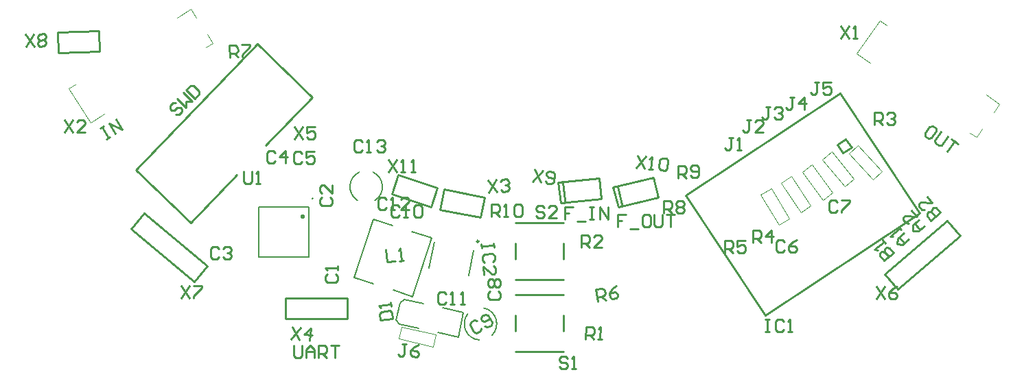
<source format=gto>
%FSLAX25Y25*%
%MOIN*%
G70*
G01*
G75*
G04 Layer_Color=65535*
G04:AMPARAMS|DCode=10|XSize=37.4mil|YSize=29.53mil|CornerRadius=0mil|HoleSize=0mil|Usage=FLASHONLY|Rotation=93.284|XOffset=0mil|YOffset=0mil|HoleType=Round|Shape=Rectangle|*
%AMROTATEDRECTD10*
4,1,4,0.01581,-0.01782,-0.01367,-0.01952,-0.01581,0.01782,0.01367,0.01952,0.01581,-0.01782,0.0*
%
%ADD10ROTATEDRECTD10*%

G04:AMPARAMS|DCode=11|XSize=59.06mil|YSize=118.11mil|CornerRadius=0mil|HoleSize=0mil|Usage=FLASHONLY|Rotation=325.000|XOffset=0mil|YOffset=0mil|HoleType=Round|Shape=Rectangle|*
%AMROTATEDRECTD11*
4,1,4,-0.05806,-0.03144,0.00969,0.06531,0.05806,0.03144,-0.00969,-0.06531,-0.05806,-0.03144,0.0*
%
%ADD11ROTATEDRECTD11*%

G04:AMPARAMS|DCode=12|XSize=37.4mil|YSize=29.53mil|CornerRadius=0mil|HoleSize=0mil|Usage=FLASHONLY|Rotation=214.500|XOffset=0mil|YOffset=0mil|HoleType=Round|Shape=Rectangle|*
%AMROTATEDRECTD12*
4,1,4,0.00705,0.02276,0.02377,-0.00158,-0.00705,-0.02276,-0.02377,0.00158,0.00705,0.02276,0.0*
%
%ADD12ROTATEDRECTD12*%

G04:AMPARAMS|DCode=13|XSize=37.4mil|YSize=29.53mil|CornerRadius=0mil|HoleSize=0mil|Usage=FLASHONLY|Rotation=212.500|XOffset=0mil|YOffset=0mil|HoleType=Round|Shape=Rectangle|*
%AMROTATEDRECTD13*
4,1,4,0.00784,0.02250,0.02371,-0.00240,-0.00784,-0.02250,-0.02371,0.00240,0.00784,0.02250,0.0*
%
%ADD13ROTATEDRECTD13*%

G04:AMPARAMS|DCode=14|XSize=37.4mil|YSize=29.53mil|CornerRadius=0mil|HoleSize=0mil|Usage=FLASHONLY|Rotation=120.243|XOffset=0mil|YOffset=0mil|HoleType=Round|Shape=Rectangle|*
%AMROTATEDRECTD14*
4,1,4,0.02217,-0.00872,-0.00334,-0.02359,-0.02217,0.00872,0.00334,0.02359,0.02217,-0.00872,0.0*
%
%ADD14ROTATEDRECTD14*%

G04:AMPARAMS|DCode=15|XSize=37.4mil|YSize=29.53mil|CornerRadius=0mil|HoleSize=0mil|Usage=FLASHONLY|Rotation=210.500|XOffset=0mil|YOffset=0mil|HoleType=Round|Shape=Rectangle|*
%AMROTATEDRECTD15*
4,1,4,0.00862,0.02221,0.02361,-0.00323,-0.00862,-0.02221,-0.02361,0.00323,0.00862,0.02221,0.0*
%
%ADD15ROTATEDRECTD15*%

G04:AMPARAMS|DCode=16|XSize=37.4mil|YSize=29.53mil|CornerRadius=0mil|HoleSize=0mil|Usage=FLASHONLY|Rotation=213.500|XOffset=0mil|YOffset=0mil|HoleType=Round|Shape=Rectangle|*
%AMROTATEDRECTD16*
4,1,4,0.00745,0.02263,0.02374,-0.00199,-0.00745,-0.02263,-0.02374,0.00199,0.00745,0.02263,0.0*
%
%ADD16ROTATEDRECTD16*%

G04:AMPARAMS|DCode=17|XSize=37.4mil|YSize=29.53mil|CornerRadius=0mil|HoleSize=0mil|Usage=FLASHONLY|Rotation=130.000|XOffset=0mil|YOffset=0mil|HoleType=Round|Shape=Rectangle|*
%AMROTATEDRECTD17*
4,1,4,0.02333,-0.00484,0.00071,-0.02382,-0.02333,0.00484,-0.00071,0.02382,0.02333,-0.00484,0.0*
%
%ADD17ROTATEDRECTD17*%

G04:AMPARAMS|DCode=18|XSize=37.4mil|YSize=29.53mil|CornerRadius=0mil|HoleSize=0mil|Usage=FLASHONLY|Rotation=216.500|XOffset=0mil|YOffset=0mil|HoleType=Round|Shape=Rectangle|*
%AMROTATEDRECTD18*
4,1,4,0.00625,0.02299,0.02382,-0.00074,-0.00625,-0.02299,-0.02382,0.00074,0.00625,0.02299,0.0*
%
%ADD18ROTATEDRECTD18*%

G04:AMPARAMS|DCode=19|XSize=37.4mil|YSize=29.53mil|CornerRadius=0mil|HoleSize=0mil|Usage=FLASHONLY|Rotation=219.500|XOffset=0mil|YOffset=0mil|HoleType=Round|Shape=Rectangle|*
%AMROTATEDRECTD19*
4,1,4,0.00504,0.02329,0.02382,0.00050,-0.00504,-0.02329,-0.02382,-0.00050,0.00504,0.02329,0.0*
%
%ADD19ROTATEDRECTD19*%

G04:AMPARAMS|DCode=20|XSize=37.4mil|YSize=29.53mil|CornerRadius=0mil|HoleSize=0mil|Usage=FLASHONLY|Rotation=222.500|XOffset=0mil|YOffset=0mil|HoleType=Round|Shape=Rectangle|*
%AMROTATEDRECTD20*
4,1,4,0.00381,0.02352,0.02376,0.00175,-0.00381,-0.02352,-0.02376,-0.00175,0.00381,0.02352,0.0*
%
%ADD20ROTATEDRECTD20*%

G04:AMPARAMS|DCode=21|XSize=37.4mil|YSize=29.53mil|CornerRadius=0mil|HoleSize=0mil|Usage=FLASHONLY|Rotation=45.000|XOffset=0mil|YOffset=0mil|HoleType=Round|Shape=Rectangle|*
%AMROTATEDRECTD21*
4,1,4,-0.00278,-0.02366,-0.02366,-0.00278,0.00278,0.02366,0.02366,0.00278,-0.00278,-0.02366,0.0*
%
%ADD21ROTATEDRECTD21*%

G04:AMPARAMS|DCode=22|XSize=37.4mil|YSize=29.53mil|CornerRadius=0mil|HoleSize=0mil|Usage=FLASHONLY|Rotation=259.000|XOffset=0mil|YOffset=0mil|HoleType=Round|Shape=Rectangle|*
%AMROTATEDRECTD22*
4,1,4,-0.01092,0.02117,0.01806,0.01554,0.01092,-0.02117,-0.01806,-0.01554,-0.01092,0.02117,0.0*
%
%ADD22ROTATEDRECTD22*%

G04:AMPARAMS|DCode=23|XSize=37.4mil|YSize=29.53mil|CornerRadius=0mil|HoleSize=0mil|Usage=FLASHONLY|Rotation=262.500|XOffset=0mil|YOffset=0mil|HoleType=Round|Shape=Rectangle|*
%AMROTATEDRECTD23*
4,1,4,-0.01220,0.02047,0.01708,0.01661,0.01220,-0.02047,-0.01708,-0.01661,-0.01220,0.02047,0.0*
%
%ADD23ROTATEDRECTD23*%

G04:AMPARAMS|DCode=24|XSize=37.4mil|YSize=29.53mil|CornerRadius=0mil|HoleSize=0mil|Usage=FLASHONLY|Rotation=358.956|XOffset=0mil|YOffset=0mil|HoleType=Round|Shape=Rectangle|*
%AMROTATEDRECTD24*
4,1,4,-0.01897,-0.01442,-0.01843,0.01510,0.01897,0.01442,0.01843,-0.01510,-0.01897,-0.01442,0.0*
%
%ADD24ROTATEDRECTD24*%

G04:AMPARAMS|DCode=25|XSize=37.4mil|YSize=29.53mil|CornerRadius=0mil|HoleSize=0mil|Usage=FLASHONLY|Rotation=199.000|XOffset=0mil|YOffset=0mil|HoleType=Round|Shape=Rectangle|*
%AMROTATEDRECTD25*
4,1,4,0.01288,0.02005,0.02249,-0.00787,-0.01288,-0.02005,-0.02249,0.00787,0.01288,0.02005,0.0*
%
%ADD25ROTATEDRECTD25*%

G04:AMPARAMS|DCode=26|XSize=37.4mil|YSize=29.53mil|CornerRadius=0mil|HoleSize=0mil|Usage=FLASHONLY|Rotation=182.681|XOffset=0mil|YOffset=0mil|HoleType=Round|Shape=Rectangle|*
%AMROTATEDRECTD26*
4,1,4,0.01799,0.01562,0.01937,-0.01387,-0.01799,-0.01562,-0.01937,0.01387,0.01799,0.01562,0.0*
%
%ADD26ROTATEDRECTD26*%

G04:AMPARAMS|DCode=27|XSize=37.4mil|YSize=29.53mil|CornerRadius=0mil|HoleSize=0mil|Usage=FLASHONLY|Rotation=95.500|XOffset=0mil|YOffset=0mil|HoleType=Round|Shape=Rectangle|*
%AMROTATEDRECTD27*
4,1,4,0.01649,-0.01720,-0.01290,-0.02003,-0.01649,0.01720,0.01290,0.02003,0.01649,-0.01720,0.0*
%
%ADD27ROTATEDRECTD27*%

G04:AMPARAMS|DCode=28|XSize=37.4mil|YSize=29.53mil|CornerRadius=0mil|HoleSize=0mil|Usage=FLASHONLY|Rotation=77.000|XOffset=0mil|YOffset=0mil|HoleType=Round|Shape=Rectangle|*
%AMROTATEDRECTD28*
4,1,4,0.01018,-0.02154,-0.01859,-0.01490,-0.01018,0.02154,0.01859,0.01490,0.01018,-0.02154,0.0*
%
%ADD28ROTATEDRECTD28*%

%ADD29R,0.05709X0.01181*%
%ADD30R,0.01181X0.05709*%
G04:AMPARAMS|DCode=31|XSize=37.4mil|YSize=29.53mil|CornerRadius=0mil|HoleSize=0mil|Usage=FLASHONLY|Rotation=96.500|XOffset=0mil|YOffset=0mil|HoleType=Round|Shape=Rectangle|*
%AMROTATEDRECTD31*
4,1,4,0.01679,-0.01691,-0.01255,-0.02025,-0.01679,0.01691,0.01255,0.02025,0.01679,-0.01691,0.0*
%
%ADD31ROTATEDRECTD31*%

G04:AMPARAMS|DCode=32|XSize=37.4mil|YSize=29.53mil|CornerRadius=0mil|HoleSize=0mil|Usage=FLASHONLY|Rotation=272.280|XOffset=0mil|YOffset=0mil|HoleType=Round|Shape=Rectangle|*
%AMROTATEDRECTD32*
4,1,4,-0.01550,0.01810,0.01401,0.01927,0.01550,-0.01810,-0.01401,-0.01927,-0.01550,0.01810,0.0*
%
%ADD32ROTATEDRECTD32*%

G04:AMPARAMS|DCode=33|XSize=37.4mil|YSize=29.53mil|CornerRadius=0mil|HoleSize=0mil|Usage=FLASHONLY|Rotation=84.948|XOffset=0mil|YOffset=0mil|HoleType=Round|Shape=Rectangle|*
%AMROTATEDRECTD33*
4,1,4,0.01306,-0.01993,-0.01635,-0.01733,-0.01306,0.01993,0.01635,0.01733,0.01306,-0.01993,0.0*
%
%ADD33ROTATEDRECTD33*%

G04:AMPARAMS|DCode=34|XSize=66.93mil|YSize=78.74mil|CornerRadius=0mil|HoleSize=0mil|Usage=FLASHONLY|Rotation=162.000|XOffset=0mil|YOffset=0mil|HoleType=Round|Shape=Rectangle|*
%AMROTATEDRECTD34*
4,1,4,0.04399,0.02710,0.01966,-0.04778,-0.04399,-0.02710,-0.01966,0.04778,0.04399,0.02710,0.0*
%
%ADD34ROTATEDRECTD34*%

G04:AMPARAMS|DCode=35|XSize=37.4mil|YSize=29.53mil|CornerRadius=0mil|HoleSize=0mil|Usage=FLASHONLY|Rotation=77.000|XOffset=0mil|YOffset=0mil|HoleType=Round|Shape=Rectangle|*
%AMROTATEDRECTD35*
4,1,4,0.01018,-0.02154,-0.01859,-0.01490,-0.01018,0.02154,0.01859,0.01490,0.01018,-0.02154,0.0*
%
%ADD35ROTATEDRECTD35*%

G04:AMPARAMS|DCode=36|XSize=37.4mil|YSize=29.53mil|CornerRadius=0mil|HoleSize=0mil|Usage=FLASHONLY|Rotation=352.500|XOffset=0mil|YOffset=0mil|HoleType=Round|Shape=Rectangle|*
%AMROTATEDRECTD36*
4,1,4,-0.02047,-0.01220,-0.01661,0.01708,0.02047,0.01220,0.01661,-0.01708,-0.02047,-0.01220,0.0*
%
%ADD36ROTATEDRECTD36*%

%ADD37P,0.12806X4X213.0*%
G04:AMPARAMS|DCode=38|XSize=37.4mil|YSize=29.53mil|CornerRadius=0mil|HoleSize=0mil|Usage=FLASHONLY|Rotation=96.500|XOffset=0mil|YOffset=0mil|HoleType=Round|Shape=Rectangle|*
%AMROTATEDRECTD38*
4,1,4,0.01679,-0.01691,-0.01255,-0.02025,-0.01679,0.01691,0.01255,0.02025,0.01679,-0.01691,0.0*
%
%ADD38ROTATEDRECTD38*%

G04:AMPARAMS|DCode=39|XSize=37.4mil|YSize=29.53mil|CornerRadius=0mil|HoleSize=0mil|Usage=FLASHONLY|Rotation=74.487|XOffset=0mil|YOffset=0mil|HoleType=Round|Shape=Rectangle|*
%AMROTATEDRECTD39*
4,1,4,0.00922,-0.02197,-0.01923,-0.01407,-0.00922,0.02197,0.01923,0.01407,0.00922,-0.02197,0.0*
%
%ADD39ROTATEDRECTD39*%

G04:AMPARAMS|DCode=40|XSize=59.06mil|YSize=118.11mil|CornerRadius=0mil|HoleSize=0mil|Usage=FLASHONLY|Rotation=33.000|XOffset=0mil|YOffset=0mil|HoleType=Round|Shape=Rectangle|*
%AMROTATEDRECTD40*
4,1,4,0.00740,-0.06561,-0.05693,0.03345,-0.00740,0.06561,0.05693,-0.03345,0.00740,-0.06561,0.0*
%
%ADD40ROTATEDRECTD40*%

G04:AMPARAMS|DCode=41|XSize=37.4mil|YSize=29.53mil|CornerRadius=0mil|HoleSize=0mil|Usage=FLASHONLY|Rotation=215.500|XOffset=0mil|YOffset=0mil|HoleType=Round|Shape=Rectangle|*
%AMROTATEDRECTD41*
4,1,4,0.00665,0.02288,0.02380,-0.00116,-0.00665,-0.02288,-0.02380,0.00116,0.00665,0.02288,0.0*
%
%ADD41ROTATEDRECTD41*%

G04:AMPARAMS|DCode=42|XSize=23.62mil|YSize=57.09mil|CornerRadius=0mil|HoleSize=0mil|Usage=FLASHONLY|Rotation=349.000|XOffset=0mil|YOffset=0mil|HoleType=Round|Shape=Rectangle|*
%AMROTATEDRECTD42*
4,1,4,-0.01704,-0.02577,-0.00615,0.03027,0.01704,0.02577,0.00615,-0.03027,-0.01704,-0.02577,0.0*
%
%ADD42ROTATEDRECTD42*%

G04:AMPARAMS|DCode=43|XSize=108.27mil|YSize=122.05mil|CornerRadius=0mil|HoleSize=0mil|Usage=FLASHONLY|Rotation=259.000|XOffset=0mil|YOffset=0mil|HoleType=Round|Shape=Rectangle|*
%AMROTATEDRECTD43*
4,1,4,-0.04957,0.06478,0.07023,0.04150,0.04957,-0.06478,-0.07023,-0.04150,-0.04957,0.06478,0.0*
%
%ADD43ROTATEDRECTD43*%

G04:AMPARAMS|DCode=44|XSize=37.4mil|YSize=29.53mil|CornerRadius=0mil|HoleSize=0mil|Usage=FLASHONLY|Rotation=100.500|XOffset=0mil|YOffset=0mil|HoleType=Round|Shape=Rectangle|*
%AMROTATEDRECTD44*
4,1,4,0.01792,-0.01570,-0.01111,-0.02108,-0.01792,0.01570,0.01111,0.02108,0.01792,-0.01570,0.0*
%
%ADD44ROTATEDRECTD44*%

%ADD45C,0.03000*%
%ADD46C,0.01000*%
%ADD47C,0.05000*%
%ADD48P,0.07517X4X134.5*%
%ADD49C,0.05315*%
G04:AMPARAMS|DCode=50|XSize=39.37mil|YSize=78.74mil|CornerRadius=0mil|HoleSize=0mil|Usage=FLASHONLY|Rotation=320.000|XOffset=0mil|YOffset=0mil|HoleType=Round|Shape=Round|*
%AMOVALD50*
21,1,0.03937,0.03937,0.00000,0.00000,50.0*
1,1,0.03937,-0.01265,-0.01508*
1,1,0.03937,0.01265,0.01508*
%
%ADD50OVALD50*%

G04:AMPARAMS|DCode=51|XSize=39.37mil|YSize=78.74mil|CornerRadius=0mil|HoleSize=0mil|Usage=FLASHONLY|Rotation=46.000|XOffset=0mil|YOffset=0mil|HoleType=Round|Shape=Round|*
%AMOVALD51*
21,1,0.03937,0.03937,0.00000,0.00000,136.0*
1,1,0.03937,0.01416,-0.01367*
1,1,0.03937,-0.01416,0.01367*
%
%ADD51OVALD51*%

G04:AMPARAMS|DCode=52|XSize=39.37mil|YSize=78.74mil|CornerRadius=0mil|HoleSize=0mil|Usage=FLASHONLY|Rotation=40.500|XOffset=0mil|YOffset=0mil|HoleType=Round|Shape=Round|*
%AMOVALD52*
21,1,0.03937,0.03937,0.00000,0.00000,130.5*
1,1,0.03937,0.01278,-0.01497*
1,1,0.03937,-0.01278,0.01497*
%
%ADD52OVALD52*%

G04:AMPARAMS|DCode=53|XSize=39.37mil|YSize=78.74mil|CornerRadius=0mil|HoleSize=0mil|Usage=FLASHONLY|Rotation=342.000|XOffset=0mil|YOffset=0mil|HoleType=Round|Shape=Round|*
%AMOVALD53*
21,1,0.03937,0.03937,0.00000,0.00000,72.0*
1,1,0.03937,-0.00608,-0.01872*
1,1,0.03937,0.00608,0.01872*
%
%ADD53OVALD53*%

G04:AMPARAMS|DCode=54|XSize=39.37mil|YSize=78.74mil|CornerRadius=0mil|HoleSize=0mil|Usage=FLASHONLY|Rotation=14.000|XOffset=0mil|YOffset=0mil|HoleType=Round|Shape=Round|*
%AMOVALD54*
21,1,0.03937,0.03937,0.00000,0.00000,104.0*
1,1,0.03937,0.00476,-0.01910*
1,1,0.03937,-0.00476,0.01910*
%
%ADD54OVALD54*%

G04:AMPARAMS|DCode=55|XSize=39.37mil|YSize=78.74mil|CornerRadius=0mil|HoleSize=0mil|Usage=FLASHONLY|Rotation=6.000|XOffset=0mil|YOffset=0mil|HoleType=Round|Shape=Round|*
%AMOVALD55*
21,1,0.03937,0.03937,0.00000,0.00000,96.0*
1,1,0.03937,0.00206,-0.01958*
1,1,0.03937,-0.00206,0.01958*
%
%ADD55OVALD55*%

%ADD56O,0.09843X0.05906*%
%ADD57O,0.03937X0.07874*%
%ADD58P,0.07517X4X335.0*%
G04:AMPARAMS|DCode=59|XSize=39.37mil|YSize=78.74mil|CornerRadius=0mil|HoleSize=0mil|Usage=FLASHONLY|Rotation=349.000|XOffset=0mil|YOffset=0mil|HoleType=Round|Shape=Round|*
%AMOVALD59*
21,1,0.03937,0.03937,0.00000,0.00000,79.0*
1,1,0.03937,-0.00376,-0.01932*
1,1,0.03937,0.00376,0.01932*
%
%ADD59OVALD59*%

G04:AMPARAMS|DCode=60|XSize=59.06mil|YSize=118.11mil|CornerRadius=0mil|HoleSize=0mil|Usage=FLASHONLY|Rotation=33.500|XOffset=0mil|YOffset=0mil|HoleType=Round|Shape=Round|*
%AMOVALD60*
21,1,0.05906,0.05906,0.00000,0.00000,123.5*
1,1,0.05906,0.01630,-0.02462*
1,1,0.05906,-0.01630,0.02462*
%
%ADD60OVALD60*%

G04:AMPARAMS|DCode=61|XSize=39.37mil|YSize=78.74mil|CornerRadius=0mil|HoleSize=0mil|Usage=FLASHONLY|Rotation=182.000|XOffset=0mil|YOffset=0mil|HoleType=Round|Shape=Round|*
%AMOVALD61*
21,1,0.03937,0.03937,0.00000,0.00000,272.0*
1,1,0.03937,-0.00069,0.01967*
1,1,0.03937,0.00069,-0.01967*
%
%ADD61OVALD61*%

%ADD62C,0.02362*%
%ADD63C,0.03150*%
%ADD64C,0.04331*%
%ADD65C,0.00787*%
%ADD66C,0.02362*%
%ADD67C,0.00984*%
%ADD68C,0.00394*%
%ADD69C,0.00197*%
D46*
X342615Y321935D02*
X373257Y296224D01*
X366829Y288563D02*
X373257Y296224D01*
X336187Y314275D02*
X366829Y288563D01*
X336187Y314275D02*
X342615Y321935D01*
X365012Y317352D02*
X387602Y340745D01*
X401495Y355132D02*
X424085Y378525D01*
X338391Y343060D02*
X397464Y404232D01*
X424085Y378525D01*
X338391Y343060D02*
X365012Y317352D01*
X702032Y292550D02*
X708526Y284946D01*
X738943Y310924D01*
X732448Y318528D02*
X738943Y310924D01*
X702032Y292550D02*
X732448Y318528D01*
X462809Y331219D02*
X465899Y340729D01*
X462809Y331219D02*
X481830Y325038D01*
X484920Y334549D01*
X465899Y340729D02*
X484920Y334549D01*
X570295Y334597D02*
X589701Y339435D01*
X592121Y329732D01*
X572715Y324894D02*
X592121Y329732D01*
X570295Y334597D02*
X572715Y324894D01*
X572358Y335111D02*
X574520Y326440D01*
X574778Y325408D01*
X543637Y336896D02*
X563528Y338987D01*
X564573Y329042D01*
X544683Y326951D02*
X564573Y329042D01*
X543637Y336896D02*
X544683Y326951D01*
X545752Y337118D02*
X546686Y328230D01*
X546797Y327173D01*
X536469Y317374D02*
X546311D01*
X522689Y289815D02*
X546311D01*
X522689Y299658D02*
Y307532D01*
X546311Y299658D02*
Y307532D01*
X522689Y317374D02*
X534500D01*
X536469D01*
X532531Y254776D02*
X534500D01*
X546311D01*
X522689Y264619D02*
Y272493D01*
X546311Y264619D02*
Y272493D01*
X522689Y282335D02*
X546311D01*
X522689Y254776D02*
X532531D01*
X411027Y270864D02*
X441027Y270864D01*
X411026Y280864D02*
X411027Y270864D01*
X411026Y280864D02*
X441026Y280864D01*
X441027Y270864D01*
X486289Y323885D02*
X488197Y333701D01*
X486289Y323885D02*
X505922Y320069D01*
X507830Y329885D01*
X488197Y333701D02*
X507830Y329885D01*
X679096Y355394D02*
X683265Y358154D01*
X679096Y355394D02*
X681855Y351225D01*
X686025Y353984D01*
X683265Y358154D02*
X686025Y353984D01*
X680565Y380351D02*
X719201Y321979D01*
X644151Y272305D02*
X719201Y321979D01*
X605515Y330677D02*
X644151Y272305D01*
X605515Y330677D02*
X680565Y380351D01*
X320375Y410741D02*
X320725Y400747D01*
X300388Y410043D02*
X320375Y410741D01*
X300388Y410043D02*
X300737Y400049D01*
X320725Y400747D01*
X448609Y356702D02*
X447609Y357702D01*
X445610D01*
X444610Y356702D01*
Y352703D01*
X445610Y351704D01*
X447609D01*
X448609Y352703D01*
X450608Y351704D02*
X452608D01*
X451608D01*
Y357702D01*
X450608Y356702D01*
X455607D02*
X456606Y357702D01*
X458606D01*
X459606Y356702D01*
Y355702D01*
X458606Y354703D01*
X457606D01*
X458606D01*
X459606Y353703D01*
Y352703D01*
X458606Y351704D01*
X456606D01*
X455607Y352703D01*
X431415Y292459D02*
X430424Y291451D01*
X430442Y289452D01*
X431450Y288461D01*
X435449Y288496D01*
X436440Y289504D01*
X436422Y291503D01*
X435414Y292494D01*
X436396Y294502D02*
X436378Y296502D01*
X436387Y295502D01*
X430389Y295450D01*
X431398Y294459D01*
X428778Y329856D02*
X427778Y328856D01*
Y326857D01*
X428778Y325857D01*
X432777D01*
X433777Y326857D01*
Y328856D01*
X432777Y329856D01*
X433777Y335854D02*
Y331855D01*
X429778Y335854D01*
X428778D01*
X427778Y334854D01*
Y332855D01*
X428778Y331855D01*
X378732Y304599D02*
X377733Y305599D01*
X375733D01*
X374734Y304599D01*
Y300600D01*
X375733Y299601D01*
X377733D01*
X378732Y300600D01*
X380732Y304599D02*
X381732Y305599D01*
X383731D01*
X384731Y304599D01*
Y303599D01*
X383731Y302600D01*
X382731D01*
X383731D01*
X384731Y301600D01*
Y300600D01*
X383731Y299601D01*
X381732D01*
X380732Y300600D01*
X406099Y351498D02*
X405099Y352498D01*
X403100D01*
X402100Y351498D01*
Y347500D01*
X403100Y346500D01*
X405099D01*
X406099Y347500D01*
X411097Y346500D02*
Y352498D01*
X408098Y349499D01*
X412097D01*
X419299Y351198D02*
X418299Y352198D01*
X416300D01*
X415300Y351198D01*
Y347200D01*
X416300Y346200D01*
X418299D01*
X419299Y347200D01*
X425297Y352198D02*
X421298D01*
Y349199D01*
X423297Y350199D01*
X424297D01*
X425297Y349199D01*
Y347200D01*
X424297Y346200D01*
X422298D01*
X421298Y347200D01*
X653538Y308142D02*
X652538Y309142D01*
X650538D01*
X649539Y308142D01*
Y304143D01*
X650538Y303144D01*
X652538D01*
X653538Y304143D01*
X659536Y309142D02*
X657536Y308142D01*
X655537Y306142D01*
Y304143D01*
X656536Y303144D01*
X658536D01*
X659536Y304143D01*
Y305143D01*
X658536Y306142D01*
X655537D01*
X679095Y327258D02*
X678096Y328258D01*
X676096D01*
X675097Y327258D01*
Y323259D01*
X676096Y322260D01*
X678096D01*
X679095Y323259D01*
X681095Y328258D02*
X685093D01*
Y327258D01*
X681095Y323259D01*
Y322260D01*
X510617Y283990D02*
X509618Y282990D01*
Y280991D01*
X510617Y279991D01*
X514616D01*
X515616Y280991D01*
Y282990D01*
X514616Y283990D01*
X510617Y285989D02*
X509618Y286989D01*
Y288988D01*
X510617Y289988D01*
X511617D01*
X512616Y288988D01*
X513616Y289988D01*
X514616D01*
X515616Y288988D01*
Y286989D01*
X514616Y285989D01*
X513616D01*
X512616Y286989D01*
X511617Y285989D01*
X510617D01*
X512616Y286989D02*
Y288988D01*
X504293Y269672D02*
X502945Y270097D01*
X501171Y269174D01*
X500746Y267826D01*
X502592Y264279D01*
X503941Y263854D01*
X505714Y264777D01*
X506139Y266125D01*
X507913Y267049D02*
X509261Y266623D01*
X511034Y267547D01*
X511460Y268895D01*
X509613Y272442D01*
X508265Y272867D01*
X506491Y271944D01*
X506066Y270596D01*
X506528Y269709D01*
X507876Y269284D01*
X510536Y270669D01*
X466553Y325034D02*
X465554Y326034D01*
X463554D01*
X462555Y325034D01*
Y321035D01*
X463554Y320036D01*
X465554D01*
X466553Y321035D01*
X468553Y320036D02*
X470552D01*
X469552D01*
Y326034D01*
X468553Y325034D01*
X473551D02*
X474551Y326034D01*
X476550D01*
X477550Y325034D01*
Y321035D01*
X476550Y320036D01*
X474551D01*
X473551Y321035D01*
Y325034D01*
X489332Y282836D02*
X488332Y283835D01*
X486333D01*
X485333Y282836D01*
Y278837D01*
X486333Y277837D01*
X488332D01*
X489332Y278837D01*
X491331Y277837D02*
X493331D01*
X492331D01*
Y283835D01*
X491331Y282836D01*
X496330Y277837D02*
X498329D01*
X497329D01*
Y283835D01*
X496330Y282836D01*
X460264Y328749D02*
X459274Y329758D01*
X457274Y329776D01*
X456266Y328785D01*
X456230Y324787D01*
X457221Y323778D01*
X459220Y323760D01*
X460228Y324751D01*
X462219Y323733D02*
X464218Y323715D01*
X463218Y323724D01*
X463272Y329722D01*
X462264Y328731D01*
X471216Y323653D02*
X467217Y323689D01*
X471251Y327651D01*
X471260Y328651D01*
X470270Y329660D01*
X468270Y329678D01*
X467262Y328687D01*
X457207Y269977D02*
X463160Y270708D01*
X462794Y273685D01*
X461680Y274555D01*
X457712Y274067D01*
X456841Y272954D01*
X457207Y269977D01*
X462429Y276661D02*
X462185Y278646D01*
X462307Y277653D01*
X456354Y276922D01*
X457468Y276052D01*
X644220Y270401D02*
X646219D01*
X645219D01*
Y264403D01*
X644220D01*
X646219D01*
X653217Y269401D02*
X652217Y270401D01*
X650218D01*
X649218Y269401D01*
Y265403D01*
X650218Y264403D01*
X652217D01*
X653217Y265403D01*
X655216Y264403D02*
X657215D01*
X656216D01*
Y270401D01*
X655216Y269401D01*
X512306Y307389D02*
X512445Y305395D01*
X512376Y306392D01*
X506392Y305974D01*
X506322Y306971D01*
X506462Y304977D01*
X511936Y298345D02*
X512864Y299412D01*
X512724Y301406D01*
X511657Y302334D01*
X507668Y302055D01*
X506741Y300988D01*
X506880Y298993D01*
X507947Y298066D01*
X507369Y292013D02*
X507090Y296002D01*
X511357Y292291D01*
X512355Y292361D01*
X513282Y293428D01*
X513143Y295423D01*
X512076Y296350D01*
X628433Y358835D02*
X626434D01*
X627433D01*
Y353837D01*
X626434Y352837D01*
X625434D01*
X624434Y353837D01*
X630433Y352837D02*
X632432D01*
X631432D01*
Y358835D01*
X630433Y357835D01*
X637127Y367229D02*
X635127D01*
X636127D01*
Y362230D01*
X635127Y361231D01*
X634128D01*
X633128Y362230D01*
X643125Y361231D02*
X639126D01*
X643125Y365229D01*
Y366229D01*
X642125Y367229D01*
X640126D01*
X639126Y366229D01*
X646420Y373824D02*
X644420D01*
X645420D01*
Y368825D01*
X644420Y367826D01*
X643421D01*
X642421Y368825D01*
X648419Y372824D02*
X649419Y373824D01*
X651418D01*
X652418Y372824D01*
Y371825D01*
X651418Y370825D01*
X650418D01*
X651418D01*
X652418Y369825D01*
Y368825D01*
X651418Y367826D01*
X649419D01*
X648419Y368825D01*
X658111Y378321D02*
X656112D01*
X657111D01*
Y373322D01*
X656112Y372322D01*
X655112D01*
X654112Y373322D01*
X663109Y372322D02*
Y378321D01*
X660110Y375321D01*
X664109D01*
X670085Y385865D02*
X668086D01*
X669086D01*
Y380866D01*
X668086Y379867D01*
X667086D01*
X666087Y380866D01*
X676083Y385865D02*
X672085D01*
Y382866D01*
X674084Y383865D01*
X675084D01*
X676083Y382866D01*
Y380866D01*
X675084Y379867D01*
X673084D01*
X672085Y380866D01*
X469954Y258319D02*
X467956Y258389D01*
X468955Y258354D01*
X468781Y253359D01*
X467747Y252395D01*
X466748Y252430D01*
X465784Y253464D01*
X475949Y258110D02*
X473916Y257181D01*
X471848Y255253D01*
X471778Y253254D01*
X472742Y252221D01*
X474740Y252151D01*
X475774Y253115D01*
X475809Y254114D01*
X474845Y255148D01*
X471848Y255253D01*
X459973Y304300D02*
X460496Y298324D01*
X464479Y298673D01*
X466471Y298847D02*
X468463Y299022D01*
X467467Y298934D01*
X466944Y304910D01*
X466035Y303827D01*
X556985Y260806D02*
X557037Y266803D01*
X560036Y266777D01*
X561027Y265769D01*
X561010Y263770D01*
X560001Y262779D01*
X557002Y262805D01*
X559001Y262787D02*
X560983Y260771D01*
X562983Y260753D02*
X564982Y260736D01*
X563982Y260745D01*
X564035Y266742D01*
X563026Y265751D01*
X554900Y305400D02*
Y311398D01*
X557899D01*
X558899Y310398D01*
Y308399D01*
X557899Y307399D01*
X554900D01*
X556899D02*
X558899Y305400D01*
X564897D02*
X560898D01*
X564897Y309399D01*
Y310398D01*
X563897Y311398D01*
X561898D01*
X560898Y310398D01*
X697109Y365190D02*
Y371188D01*
X700108D01*
X701108Y370188D01*
Y368189D01*
X700108Y367189D01*
X697109D01*
X699109D02*
X701108Y365190D01*
X703107Y370188D02*
X704107Y371188D01*
X706106D01*
X707106Y370188D01*
Y369188D01*
X706106Y368189D01*
X705107D01*
X706106D01*
X707106Y367189D01*
Y366189D01*
X706106Y365190D01*
X704107D01*
X703107Y366189D01*
X638224Y307871D02*
Y313868D01*
X641223D01*
X642223Y312869D01*
Y310870D01*
X641223Y309870D01*
X638224D01*
X640224D02*
X642223Y307871D01*
X647221D02*
Y313868D01*
X644222Y310870D01*
X648221D01*
X624355Y302571D02*
Y308569D01*
X627354D01*
X628354Y307569D01*
Y305570D01*
X627354Y304570D01*
X624355D01*
X626354D02*
X628354Y302571D01*
X634352Y308569D02*
X630353D01*
Y305570D01*
X632352Y306569D01*
X633352D01*
X634352Y305570D01*
Y303570D01*
X633352Y302571D01*
X631353D01*
X630353Y303570D01*
X562980Y279092D02*
X561939Y284999D01*
X564892Y285520D01*
X566050Y284709D01*
X566397Y282740D01*
X565587Y281582D01*
X562633Y281061D01*
X564602Y281408D02*
X566918Y279786D01*
X571784Y286735D02*
X569988Y285403D01*
X568366Y283087D01*
X568714Y281118D01*
X569872Y280307D01*
X571841Y280654D01*
X572652Y281812D01*
X572478Y282797D01*
X571320Y283608D01*
X568366Y283087D01*
X384150Y397749D02*
X383941Y403743D01*
X386938Y403848D01*
X387972Y402884D01*
X388042Y400886D01*
X387077Y399852D01*
X384080Y399747D01*
X386078Y399817D02*
X388146Y397889D01*
X389935Y403953D02*
X393931Y404092D01*
X393966Y403093D01*
X390110Y398957D01*
X390144Y397958D01*
X594862Y322065D02*
Y328063D01*
X597861D01*
X598861Y327063D01*
Y325064D01*
X597861Y324064D01*
X594862D01*
X596861D02*
X598861Y322065D01*
X600860Y327063D02*
X601860Y328063D01*
X603859D01*
X604859Y327063D01*
Y326064D01*
X603859Y325064D01*
X604859Y324064D01*
Y323064D01*
X603859Y322065D01*
X601860D01*
X600860Y323064D01*
Y324064D01*
X601860Y325064D01*
X600860Y326064D01*
Y327063D01*
X601860Y325064D02*
X603859D01*
X601977Y339025D02*
X601767Y345019D01*
X604765Y345124D01*
X605799Y344160D01*
X605868Y342162D01*
X604904Y341128D01*
X601907Y341023D01*
X603905Y341093D02*
X605973Y339165D01*
X607936Y340233D02*
X608970Y339269D01*
X610968Y339339D01*
X611933Y340373D01*
X611793Y344369D01*
X610759Y345333D01*
X608761Y345264D01*
X607797Y344230D01*
X607832Y343231D01*
X608866Y342266D01*
X611863Y342371D01*
X511119Y320461D02*
Y326459D01*
X514118D01*
X515118Y325460D01*
Y323460D01*
X514118Y322460D01*
X511119D01*
X513118D02*
X515118Y320461D01*
X517117D02*
X519116D01*
X518117D01*
Y326459D01*
X517117Y325460D01*
X522115D02*
X523115Y326459D01*
X525114D01*
X526114Y325460D01*
Y321461D01*
X525114Y320461D01*
X523115D01*
X522115Y321461D01*
Y325460D01*
X548040Y251280D02*
X547040Y252279D01*
X545041D01*
X544041Y251280D01*
Y250280D01*
X545041Y249280D01*
X547040D01*
X548040Y248281D01*
Y247281D01*
X547040Y246281D01*
X545041D01*
X544041Y247281D01*
X550039Y246281D02*
X552038D01*
X551039D01*
Y252279D01*
X550039Y251280D01*
X536756Y324743D02*
X535756Y325742D01*
X533756D01*
X532757Y324743D01*
Y323743D01*
X533756Y322743D01*
X535756D01*
X536756Y321744D01*
Y320744D01*
X535756Y319744D01*
X533756D01*
X532757Y320744D01*
X542754Y319744D02*
X538755D01*
X542754Y323743D01*
Y324743D01*
X541754Y325742D01*
X539754D01*
X538755Y324743D01*
X390800Y342398D02*
Y337400D01*
X391800Y336400D01*
X393799D01*
X394799Y337400D01*
Y342398D01*
X396798Y336400D02*
X398797D01*
X397798D01*
Y342398D01*
X396798Y341398D01*
X680792Y413095D02*
X684791Y407096D01*
Y413095D02*
X680792Y407096D01*
X686791D02*
X688790D01*
X687790D01*
Y413095D01*
X686791Y412095D01*
X303674Y367229D02*
X307672Y361231D01*
Y367229D02*
X303674Y361231D01*
X313670D02*
X309672D01*
X313670Y365229D01*
Y366229D01*
X312671Y367229D01*
X310671D01*
X309672Y366229D01*
X509606Y338142D02*
X513913Y332362D01*
X513599Y338351D02*
X509920Y332152D01*
X515648Y337458D02*
X516594Y338508D01*
X518591Y338613D01*
X519641Y337667D01*
X519694Y336669D01*
X518748Y335618D01*
X517749Y335566D01*
X518748Y335618D01*
X519798Y334672D01*
X519851Y333674D01*
X518905Y332623D01*
X516908Y332519D01*
X515857Y333465D01*
X414566Y266776D02*
X417972Y260422D01*
X418546Y266393D02*
X413991Y260806D01*
X422947Y259943D02*
X423522Y265914D01*
X420249Y263216D01*
X424229Y262833D01*
X415490Y363931D02*
X419489Y357933D01*
Y363931D02*
X415490Y357933D01*
X425487Y363931D02*
X421488D01*
Y360932D01*
X423488Y361932D01*
X424487D01*
X425487Y360932D01*
Y358933D01*
X424487Y357933D01*
X422488D01*
X421488Y358933D01*
X698070Y286234D02*
X702069Y280236D01*
Y286234D02*
X698070Y280236D01*
X708067Y286234D02*
X706068Y285234D01*
X704068Y283235D01*
Y281235D01*
X705068Y280236D01*
X707067D01*
X708067Y281235D01*
Y282235D01*
X707067Y283235D01*
X704068D01*
X360631Y286589D02*
X364630Y280591D01*
Y286589D02*
X360631Y280591D01*
X366629Y286589D02*
X370628D01*
Y285589D01*
X366629Y281591D01*
Y280591D01*
X284848Y409003D02*
X289002Y403112D01*
X288845Y409108D02*
X285005Y403007D01*
X290870Y408161D02*
X291843Y409186D01*
X293842Y409238D01*
X294867Y408265D01*
X294894Y407266D01*
X293920Y406241D01*
X294946Y405267D01*
X294972Y404268D01*
X293999Y403242D01*
X292000Y403190D01*
X290975Y404163D01*
X290949Y405163D01*
X291922Y406188D01*
X290896Y407161D01*
X290870Y408161D01*
X291922Y406188D02*
X293920Y406241D01*
X532158Y343421D02*
X535283Y336924D01*
X536117Y342864D02*
X531323Y337481D01*
X537402Y337636D02*
X538252Y336507D01*
X540232Y336229D01*
X541361Y337080D01*
X541918Y341039D01*
X541067Y342168D01*
X539087Y342447D01*
X537958Y341596D01*
X537819Y340606D01*
X538670Y339477D01*
X541640Y339059D01*
X582090Y350007D02*
X585496Y343653D01*
X586070Y349624D02*
X581515Y344037D01*
X587486Y343462D02*
X589476Y343270D01*
X588481Y343366D01*
X589056Y349336D01*
X587965Y348437D01*
X592940Y347958D02*
X594031Y348857D01*
X596021Y348665D01*
X596920Y347575D01*
X596537Y343594D01*
X595446Y342695D01*
X593456Y342887D01*
X592557Y343978D01*
X592940Y347958D01*
X461067Y348215D02*
X465066Y342217D01*
Y348215D02*
X461067Y342217D01*
X467065D02*
X469065D01*
X468065D01*
Y348215D01*
X467065Y347216D01*
X472064Y342217D02*
X474063D01*
X473063D01*
Y348215D01*
X472064Y347216D01*
X701828Y298951D02*
X706389Y302847D01*
X704441Y305127D01*
X703032Y305238D01*
X702272Y304589D01*
X702161Y303179D01*
X704108Y300899D01*
X702161Y303179D01*
X700751Y303290D01*
X699991Y302641D01*
X699880Y301232D01*
X701828Y298951D01*
X702493Y307407D02*
X701195Y308928D01*
X701844Y308168D01*
X697283Y304272D01*
X698693Y304161D01*
X713993Y309341D02*
X710952Y306744D01*
X708133Y306966D01*
X708355Y309785D01*
X711396Y312382D01*
X709115Y310434D01*
X711712Y307393D01*
X710097Y313902D02*
X708799Y315422D01*
X709448Y314662D01*
X704887Y310767D01*
X706297Y310656D01*
X721597Y315835D02*
X718556Y313239D01*
X715737Y313460D01*
X715959Y316279D01*
X719000Y318876D01*
X716719Y316928D01*
X719316Y313888D01*
X715104Y323437D02*
X717701Y320396D01*
X712064Y320840D01*
X711304Y320191D01*
X711193Y318781D01*
X712491Y317261D01*
X713901Y317150D01*
X724640Y318435D02*
X729201Y322330D01*
X727253Y324610D01*
X725844Y324721D01*
X725084Y324072D01*
X724973Y322663D01*
X726921Y320382D01*
X724973Y322663D01*
X723563Y322774D01*
X722803Y322125D01*
X722692Y320715D01*
X724640Y318435D01*
X722709Y329932D02*
X725306Y326891D01*
X719668Y327335D01*
X718908Y326685D01*
X718797Y325276D01*
X720095Y323756D01*
X721505Y323645D01*
X727025Y363297D02*
X725388Y364444D01*
X723995Y364199D01*
X721702Y360923D01*
X721947Y359531D01*
X723585Y358384D01*
X724977Y358630D01*
X727271Y361905D01*
X727025Y363297D01*
X729482Y361577D02*
X726615Y357483D01*
X726861Y356090D01*
X728498Y354944D01*
X729891Y355189D01*
X732758Y359284D01*
X734395Y358137D02*
X737671Y355843D01*
X736033Y356990D01*
X732593Y352077D01*
X321169Y363301D02*
X322901Y364301D01*
X322035Y363801D01*
X325034Y358607D01*
X324168Y358107D01*
X325900Y359106D01*
X328497Y360606D02*
X325498Y365800D01*
X331960Y362605D01*
X328961Y367800D01*
X357942Y375671D02*
X356528D01*
X355115Y374257D01*
Y372843D01*
X355821Y372136D01*
X357235D01*
X358649Y373550D01*
X360063D01*
X360770Y372843D01*
Y371430D01*
X359356Y370016D01*
X357942D01*
X358649Y377792D02*
X362890Y373550D01*
Y376378D01*
X365718D01*
X361476Y380619D01*
X362890Y382033D02*
X367131Y377792D01*
X369252Y379912D01*
Y381326D01*
X366425Y384154D01*
X365011D01*
X362890Y382033D01*
X550766Y324928D02*
X546767D01*
Y321929D01*
X548767D01*
X546767D01*
Y318930D01*
X552765Y317931D02*
X556764D01*
X558764Y324928D02*
X560763D01*
X559763D01*
Y318930D01*
X558764D01*
X560763D01*
X563762D02*
Y324928D01*
X567761Y318930D01*
Y324928D01*
X576338Y321338D02*
X572339D01*
Y318338D01*
X574338D01*
X572339D01*
Y315339D01*
X578337Y314340D02*
X582336D01*
X587334Y321338D02*
X585335D01*
X584335Y320338D01*
Y316339D01*
X585335Y315339D01*
X587334D01*
X588334Y316339D01*
Y320338D01*
X587334Y321338D01*
X590333D02*
Y316339D01*
X591333Y315339D01*
X593332D01*
X594332Y316339D01*
Y321338D01*
X596331D02*
X600330D01*
X598330D01*
Y315339D01*
X415298Y257765D02*
Y252767D01*
X416297Y251767D01*
X418297D01*
X419296Y252767D01*
Y257765D01*
X421296Y251767D02*
Y255766D01*
X423295Y257765D01*
X425294Y255766D01*
Y251767D01*
Y254766D01*
X421296D01*
X427294Y251767D02*
Y257765D01*
X430293D01*
X431292Y256765D01*
Y254766D01*
X430293Y253766D01*
X427294D01*
X429293D02*
X431292Y251767D01*
X433292Y257765D02*
X437290D01*
X435291D01*
Y251767D01*
D65*
X454528Y328181D02*
G03*
X453690Y341989I-4174J6677D01*
G01*
X447142Y342046D02*
G03*
X446063Y328254I3212J-7189D01*
G01*
X499621Y273005D02*
G03*
X505242Y260364I6248J-4792D01*
G01*
X511396Y262604D02*
G03*
X507576Y275900I-5526J5609D01*
G01*
X398118Y300631D02*
X398119Y325040D01*
X422528Y300630D02*
X422528Y325040D01*
X398118Y300631D02*
X422528Y300630D01*
X398119Y325040D02*
X422528Y325040D01*
X444429Y290703D02*
X453675Y319160D01*
X472886Y281457D02*
X482132Y309913D01*
X444429Y290703D02*
X453977Y287600D01*
X453675Y319160D02*
X463223Y316057D01*
X463338Y284559D02*
X472886Y281457D01*
X472584Y313016D02*
X482132Y309913D01*
X495036Y261879D02*
X497573Y273817D01*
X466782Y278551D02*
X468884Y279915D01*
X464982Y270079D02*
X466346Y267977D01*
X464982Y270079D02*
X466782Y278551D01*
X487561Y275945D02*
X497573Y273817D01*
X485023Y264007D02*
X495036Y261879D01*
X466346Y267977D02*
X475781Y265972D01*
X468884Y279915D02*
X478318Y277910D01*
X500261Y291771D02*
X502665Y304138D01*
X480937Y295527D02*
X483341Y307894D01*
D66*
X419496Y320344D02*
G03*
X419496Y320344I-905J759D01*
G01*
D67*
X424283Y329153D02*
G03*
X424283Y329153I-377J316D01*
G01*
X504987Y308294D02*
G03*
X504987Y308294I-492J0D01*
G01*
D68*
X699912Y415693D02*
X703137Y413435D01*
X688621Y399568D02*
X699912Y415693D01*
X688621Y399568D02*
X695071Y395051D01*
X743446Y361179D02*
X746671Y358921D01*
X751512Y379562D02*
X757962Y375046D01*
X755139Y371014D02*
X757962Y375046D01*
X746671Y358921D02*
X749494Y362952D01*
X305802Y382718D02*
X309104Y384862D01*
X305802Y382718D02*
X316524Y366209D01*
X323127Y370497D01*
X372655Y402661D02*
X375957Y404805D01*
X358632Y417026D02*
X365236Y421314D01*
X367916Y417187D01*
X373277Y408932D02*
X375957Y404805D01*
D69*
X647074Y334205D02*
X655766Y319449D01*
X650678Y316452D02*
X655766Y319449D01*
X641986Y331208D02*
X650678Y316452D01*
X641986Y331208D02*
X647074Y334205D01*
X656835Y340023D02*
X666287Y325742D01*
X661362Y322482D02*
X666287Y325742D01*
X651910Y336763D02*
X661362Y322482D01*
X651910Y336763D02*
X656835Y340023D01*
X666762Y345722D02*
X676949Y331955D01*
X672202Y328442D02*
X676949Y331955D01*
X662015Y342209D02*
X672202Y328442D01*
X662015Y342209D02*
X666762Y345722D01*
X676427Y351971D02*
X687321Y338756D01*
X682764Y334999D02*
X687321Y338756D01*
X671871Y348214D02*
X682764Y334999D01*
X671871Y348214D02*
X676427Y351971D01*
X689256Y354984D02*
X700827Y342357D01*
X696473Y338367D02*
X700827Y342357D01*
X684902Y350994D02*
X696473Y338367D01*
X684902Y350994D02*
X689256Y354984D01*
X466031Y260994D02*
X482718Y257141D01*
X466031Y260994D02*
X467359Y266748D01*
X484046Y262895D01*
X482718Y257141D02*
X484046Y262895D01*
M02*

</source>
